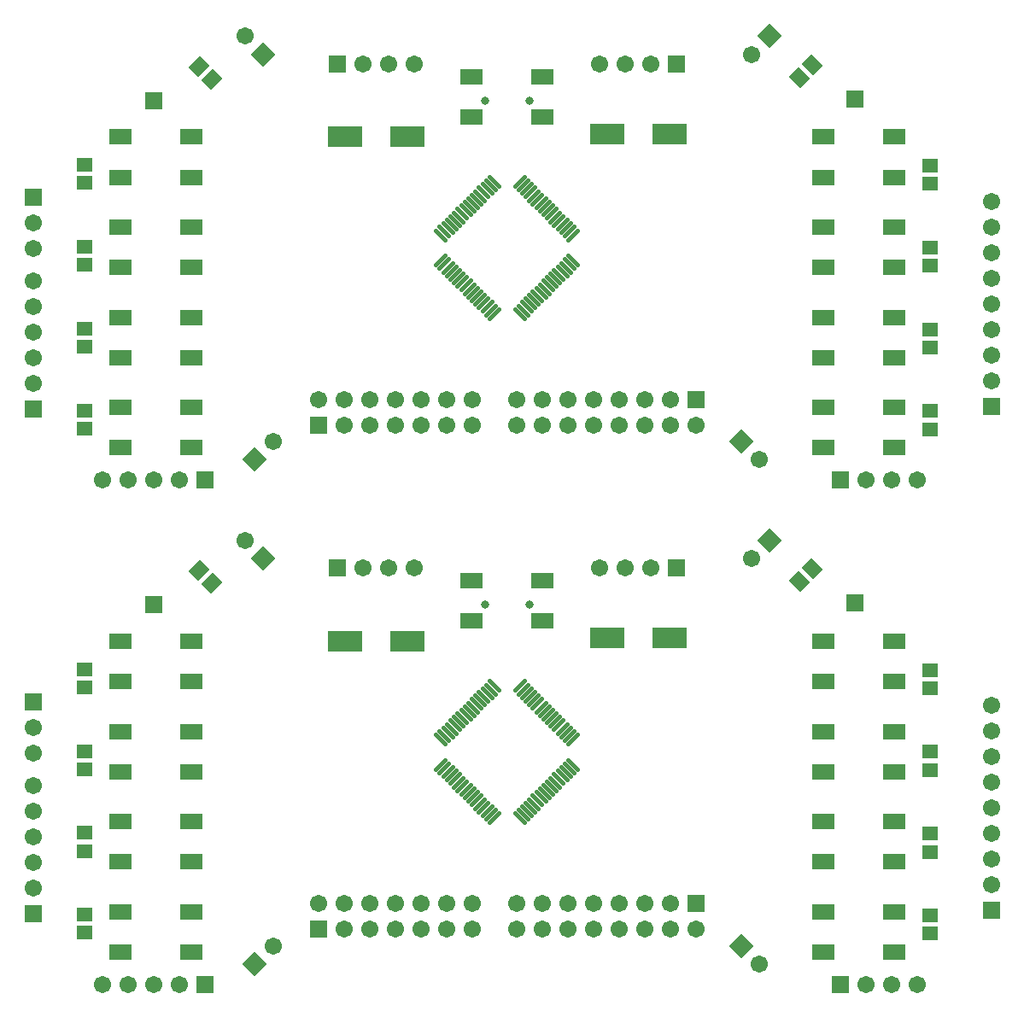
<source format=gts>
G04*
G04 #@! TF.GenerationSoftware,Altium Limited,Altium Designer,19.0.15 (446)*
G04*
G04 Layer_Color=8388736*
%FSLAX44Y44*%
%MOMM*%
G71*
G01*
G75*
%ADD46R,1.6032X1.4032*%
%ADD47R,2.2032X1.6032*%
G04:AMPARAMS|DCode=48|XSize=0.4532mm|YSize=1.7532mm|CornerRadius=0mm|HoleSize=0mm|Usage=FLASHONLY|Rotation=135.000|XOffset=0mm|YOffset=0mm|HoleType=Round|Shape=Round|*
%AMOVALD48*
21,1,1.3000,0.4532,0.0000,0.0000,225.0*
1,1,0.4532,0.4596,0.4596*
1,1,0.4532,-0.4596,-0.4596*
%
%ADD48OVALD48*%

G04:AMPARAMS|DCode=49|XSize=0.4532mm|YSize=1.7532mm|CornerRadius=0mm|HoleSize=0mm|Usage=FLASHONLY|Rotation=45.000|XOffset=0mm|YOffset=0mm|HoleType=Round|Shape=Round|*
%AMOVALD49*
21,1,1.3000,0.4532,0.0000,0.0000,135.0*
1,1,0.4532,0.4596,-0.4596*
1,1,0.4532,-0.4596,0.4596*
%
%ADD49OVALD49*%

G04:AMPARAMS|DCode=50|XSize=1.6032mm|YSize=1.4032mm|CornerRadius=0mm|HoleSize=0mm|Usage=FLASHONLY|Rotation=135.000|XOffset=0mm|YOffset=0mm|HoleType=Round|Shape=Rectangle|*
%AMROTATEDRECTD50*
4,1,4,1.0629,-0.0707,0.0707,-1.0629,-1.0629,0.0707,-0.0707,1.0629,1.0629,-0.0707,0.0*
%
%ADD50ROTATEDRECTD50*%

%ADD51R,3.4032X2.0532*%
G04:AMPARAMS|DCode=52|XSize=1.6032mm|YSize=1.4032mm|CornerRadius=0mm|HoleSize=0mm|Usage=FLASHONLY|Rotation=225.000|XOffset=0mm|YOffset=0mm|HoleType=Round|Shape=Rectangle|*
%AMROTATEDRECTD52*
4,1,4,0.0707,1.0629,1.0629,0.0707,-0.0707,-1.0629,-1.0629,-0.0707,0.0707,1.0629,0.0*
%
%ADD52ROTATEDRECTD52*%

%ADD53C,1.7032*%
%ADD54R,1.7032X1.7032*%
%ADD55R,1.7032X1.7032*%
%ADD56P,2.4087X4X360.0*%
%ADD57P,2.4087X4X270.0*%
%ADD58C,0.8032*%
D46*
X81039Y251160D02*
D03*
Y233160D02*
D03*
X919038Y169280D02*
D03*
Y151280D02*
D03*
Y250360D02*
D03*
Y232360D02*
D03*
Y313440D02*
D03*
Y331440D02*
D03*
X81039Y332240D02*
D03*
Y314240D02*
D03*
Y170080D02*
D03*
Y152080D02*
D03*
Y89000D02*
D03*
Y71000D02*
D03*
X919038Y70200D02*
D03*
Y88200D02*
D03*
X81039Y751160D02*
D03*
Y733160D02*
D03*
X919038Y669280D02*
D03*
Y651280D02*
D03*
Y750360D02*
D03*
Y732360D02*
D03*
Y813440D02*
D03*
Y831440D02*
D03*
X81039Y832240D02*
D03*
Y814240D02*
D03*
Y670080D02*
D03*
Y652080D02*
D03*
Y589000D02*
D03*
Y571000D02*
D03*
X919038Y570200D02*
D03*
Y588200D02*
D03*
D47*
X465000Y420000D02*
D03*
X535000D02*
D03*
X465000Y380000D02*
D03*
X535000D02*
D03*
X883776Y51946D02*
D03*
X813776D02*
D03*
X883776Y91946D02*
D03*
X813776D02*
D03*
X883776Y141297D02*
D03*
X813776D02*
D03*
X883776Y181297D02*
D03*
X813776D02*
D03*
X813776Y270649D02*
D03*
X883776D02*
D03*
X813776Y230649D02*
D03*
X883776D02*
D03*
X813776Y360000D02*
D03*
X883776D02*
D03*
X813776Y320000D02*
D03*
X883776D02*
D03*
X186855Y320000D02*
D03*
X116855D02*
D03*
X186855Y360000D02*
D03*
X116855D02*
D03*
X186855Y230649D02*
D03*
X116855Y230649D02*
D03*
X186855Y270649D02*
D03*
X116855D02*
D03*
X186855Y141298D02*
D03*
X116855D02*
D03*
X186855Y181298D02*
D03*
X116855D02*
D03*
X186855Y51947D02*
D03*
X116855D02*
D03*
X186855Y91947D02*
D03*
X116855D02*
D03*
X465000Y920000D02*
D03*
X535000D02*
D03*
X465000Y880000D02*
D03*
X535000D02*
D03*
X883776Y551946D02*
D03*
X813776D02*
D03*
X883776Y591946D02*
D03*
X813776D02*
D03*
X883776Y641297D02*
D03*
X813776D02*
D03*
X883776Y681297D02*
D03*
X813776D02*
D03*
X813776Y770649D02*
D03*
X883776D02*
D03*
X813776Y730649D02*
D03*
X883776D02*
D03*
X813776Y860000D02*
D03*
X883776D02*
D03*
X813776Y820000D02*
D03*
X883776D02*
D03*
X186855Y820000D02*
D03*
X116855D02*
D03*
X186855Y860000D02*
D03*
X116855D02*
D03*
X186855Y730649D02*
D03*
X116855Y730649D02*
D03*
X186855Y770649D02*
D03*
X116855D02*
D03*
X186855Y641298D02*
D03*
X116855D02*
D03*
X186855Y681298D02*
D03*
X116855D02*
D03*
X186855Y551947D02*
D03*
X116855D02*
D03*
X186855Y591947D02*
D03*
X116855D02*
D03*
D48*
X434416Y237449D02*
D03*
X437951Y233913D02*
D03*
X441487Y230378D02*
D03*
X445022Y226842D02*
D03*
X448558Y223307D02*
D03*
X452094Y219771D02*
D03*
X455629Y216236D02*
D03*
X459164Y212700D02*
D03*
X462700Y209164D02*
D03*
X466236Y205629D02*
D03*
X469771Y202094D02*
D03*
X473307Y198558D02*
D03*
X476842Y195022D02*
D03*
X480378Y191487D02*
D03*
X483913Y187951D02*
D03*
X487449Y184416D02*
D03*
X565584Y262551D02*
D03*
X562049Y266087D02*
D03*
X558513Y269622D02*
D03*
X554978Y273158D02*
D03*
X551442Y276693D02*
D03*
X547906Y280229D02*
D03*
X544371Y283764D02*
D03*
X540836Y287300D02*
D03*
X537300Y290836D02*
D03*
X533764Y294371D02*
D03*
X530229Y297906D02*
D03*
X526693Y301442D02*
D03*
X523158Y304978D02*
D03*
X519622Y308513D02*
D03*
X516087Y312049D02*
D03*
X512551Y315584D02*
D03*
X434416Y737449D02*
D03*
X437951Y733913D02*
D03*
X441487Y730378D02*
D03*
X445022Y726842D02*
D03*
X448558Y723307D02*
D03*
X452094Y719771D02*
D03*
X455629Y716236D02*
D03*
X459164Y712700D02*
D03*
X462700Y709164D02*
D03*
X466236Y705629D02*
D03*
X469771Y702094D02*
D03*
X473307Y698558D02*
D03*
X476842Y695022D02*
D03*
X480378Y691487D02*
D03*
X483913Y687951D02*
D03*
X487449Y684416D02*
D03*
X565584Y762551D02*
D03*
X562049Y766087D02*
D03*
X558513Y769622D02*
D03*
X554978Y773158D02*
D03*
X551442Y776693D02*
D03*
X547906Y780229D02*
D03*
X544371Y783764D02*
D03*
X540836Y787300D02*
D03*
X537300Y790836D02*
D03*
X533764Y794371D02*
D03*
X530229Y797906D02*
D03*
X526693Y801442D02*
D03*
X523158Y804978D02*
D03*
X519622Y808513D02*
D03*
X516087Y812049D02*
D03*
X512551Y815584D02*
D03*
D49*
Y184416D02*
D03*
X516087Y187951D02*
D03*
X519622Y191487D02*
D03*
X523158Y195022D02*
D03*
X526693Y198558D02*
D03*
X530229Y202094D02*
D03*
X533764Y205629D02*
D03*
X537300Y209164D02*
D03*
X540836Y212700D02*
D03*
X544371Y216236D02*
D03*
X547906Y219771D02*
D03*
X551442Y223307D02*
D03*
X554978Y226842D02*
D03*
X558513Y230378D02*
D03*
X562049Y233913D02*
D03*
X565584Y237449D02*
D03*
X487449Y315584D02*
D03*
X483913Y312049D02*
D03*
X480378Y308513D02*
D03*
X476842Y304978D02*
D03*
X473307Y301442D02*
D03*
X469771Y297906D02*
D03*
X466236Y294371D02*
D03*
X462700Y290836D02*
D03*
X459164Y287300D02*
D03*
X455629Y283764D02*
D03*
X452094Y280229D02*
D03*
X448558Y276693D02*
D03*
X445022Y273158D02*
D03*
X441487Y269622D02*
D03*
X437951Y266087D02*
D03*
X434416Y262551D02*
D03*
X512551Y684416D02*
D03*
X516087Y687951D02*
D03*
X519622Y691487D02*
D03*
X523158Y695022D02*
D03*
X526693Y698558D02*
D03*
X530229Y702094D02*
D03*
X533764Y705629D02*
D03*
X537300Y709164D02*
D03*
X540836Y712700D02*
D03*
X544371Y716236D02*
D03*
X547906Y719771D02*
D03*
X551442Y723307D02*
D03*
X554978Y726842D02*
D03*
X558513Y730378D02*
D03*
X562049Y733913D02*
D03*
X565584Y737449D02*
D03*
X487449Y815584D02*
D03*
X483913Y812049D02*
D03*
X480378Y808513D02*
D03*
X476842Y804978D02*
D03*
X473307Y801442D02*
D03*
X469771Y797906D02*
D03*
X466236Y794371D02*
D03*
X462700Y790836D02*
D03*
X459164Y787300D02*
D03*
X455629Y783764D02*
D03*
X452094Y780229D02*
D03*
X448558Y776693D02*
D03*
X445022Y773158D02*
D03*
X441487Y769622D02*
D03*
X437951Y766087D02*
D03*
X434416Y762551D02*
D03*
D50*
X802728Y431689D02*
D03*
X790000Y418961D02*
D03*
X802728Y931689D02*
D03*
X790000Y918961D02*
D03*
D51*
X660750Y363000D02*
D03*
X599250D02*
D03*
X339250Y360000D02*
D03*
X400750D02*
D03*
X660750Y863000D02*
D03*
X599250D02*
D03*
X339250Y860000D02*
D03*
X400750D02*
D03*
D52*
X194436Y430162D02*
D03*
X207164Y417434D02*
D03*
X194436Y930162D02*
D03*
X207164Y917434D02*
D03*
D53*
X980000Y118400D02*
D03*
Y296200D02*
D03*
Y270800D02*
D03*
Y245400D02*
D03*
Y220000D02*
D03*
Y194600D02*
D03*
Y169200D02*
D03*
Y143800D02*
D03*
X509200Y74600D02*
D03*
X509200Y100000D02*
D03*
X534600Y74600D02*
D03*
Y100000D02*
D03*
X560000Y74600D02*
D03*
Y100000D02*
D03*
X585400Y74600D02*
D03*
Y100000D02*
D03*
X610800Y74600D02*
D03*
Y100000D02*
D03*
X636200Y74600D02*
D03*
Y100000D02*
D03*
X661600Y74600D02*
D03*
X661600Y100000D02*
D03*
X687000Y74600D02*
D03*
X750000Y40000D02*
D03*
X856200Y20000D02*
D03*
X881600D02*
D03*
X907000D02*
D03*
X742040Y442039D02*
D03*
X642500Y432500D02*
D03*
X617100D02*
D03*
X591700D02*
D03*
X407900D02*
D03*
X382500D02*
D03*
X357100D02*
D03*
X240000Y460000D02*
D03*
X30000Y217000D02*
D03*
Y191600D02*
D03*
Y166200D02*
D03*
Y140800D02*
D03*
Y115400D02*
D03*
X175400Y20000D02*
D03*
X150000D02*
D03*
X124600D02*
D03*
X99200D02*
D03*
X267960Y57961D02*
D03*
X465400Y100000D02*
D03*
X465400Y74600D02*
D03*
X440000Y100000D02*
D03*
Y74600D02*
D03*
X414600Y100000D02*
D03*
Y74600D02*
D03*
X389200Y100000D02*
D03*
Y74600D02*
D03*
X363800Y100000D02*
D03*
X363800Y74600D02*
D03*
X338400Y100000D02*
D03*
Y74600D02*
D03*
X313000Y100000D02*
D03*
X30000Y274600D02*
D03*
Y249200D02*
D03*
X980000Y618400D02*
D03*
Y796200D02*
D03*
Y770800D02*
D03*
Y745400D02*
D03*
Y720000D02*
D03*
Y694600D02*
D03*
Y669200D02*
D03*
Y643800D02*
D03*
X509200Y574600D02*
D03*
X509200Y600000D02*
D03*
X534600Y574600D02*
D03*
Y600000D02*
D03*
X560000Y574600D02*
D03*
Y600000D02*
D03*
X585400Y574600D02*
D03*
Y600000D02*
D03*
X610800Y574600D02*
D03*
Y600000D02*
D03*
X636200Y574600D02*
D03*
Y600000D02*
D03*
X661600Y574600D02*
D03*
X661600Y600000D02*
D03*
X687000Y574600D02*
D03*
X750000Y540000D02*
D03*
X856200Y520000D02*
D03*
X881600D02*
D03*
X907000D02*
D03*
X742040Y942039D02*
D03*
X642500Y932500D02*
D03*
X617100D02*
D03*
X591700D02*
D03*
X407900D02*
D03*
X382500D02*
D03*
X357100D02*
D03*
X240000Y960000D02*
D03*
X30000Y717000D02*
D03*
Y691600D02*
D03*
Y666200D02*
D03*
Y640800D02*
D03*
Y615400D02*
D03*
X175400Y520000D02*
D03*
X150000D02*
D03*
X124600D02*
D03*
X99200D02*
D03*
X267960Y557961D02*
D03*
X465400Y600000D02*
D03*
X465400Y574600D02*
D03*
X440000Y600000D02*
D03*
Y574600D02*
D03*
X414600Y600000D02*
D03*
Y574600D02*
D03*
X389200Y600000D02*
D03*
Y574600D02*
D03*
X363800Y600000D02*
D03*
X363800Y574600D02*
D03*
X338400Y600000D02*
D03*
Y574600D02*
D03*
X313000Y600000D02*
D03*
X30000Y774600D02*
D03*
Y749200D02*
D03*
D54*
X980000Y93000D02*
D03*
X30000Y90000D02*
D03*
X30000Y300000D02*
D03*
X980000Y593000D02*
D03*
X30000Y590000D02*
D03*
X30000Y800000D02*
D03*
D55*
X845000Y397901D02*
D03*
X687000Y100000D02*
D03*
X830800Y20000D02*
D03*
X667900Y432500D02*
D03*
X331700D02*
D03*
X150000Y396000D02*
D03*
X200800Y20000D02*
D03*
X313000Y74600D02*
D03*
X845000Y897901D02*
D03*
X687000Y600000D02*
D03*
X830800Y520000D02*
D03*
X667900Y932500D02*
D03*
X331700D02*
D03*
X150000Y896000D02*
D03*
X200800Y520000D02*
D03*
X313000Y574600D02*
D03*
D56*
X732040Y57961D02*
D03*
X257960Y442039D02*
D03*
X732040Y557961D02*
D03*
X257960Y942039D02*
D03*
D57*
X760000Y460000D02*
D03*
X250000Y40000D02*
D03*
X760000Y960000D02*
D03*
X250000Y540000D02*
D03*
D58*
X521998Y396000D02*
D03*
X478000D02*
D03*
X521998Y896000D02*
D03*
X478000D02*
D03*
M02*

</source>
